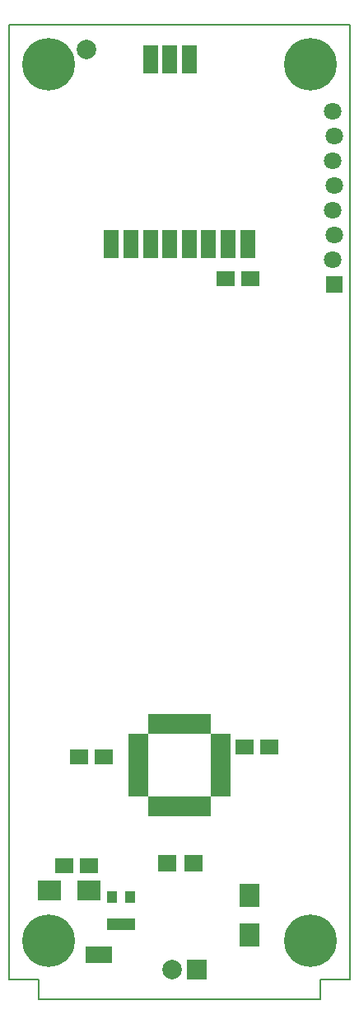
<source format=gbs>
G04 #@! TF.FileFunction,Soldermask,Bot*
%FSLAX46Y46*%
G04 Gerber Fmt 4.6, Leading zero omitted, Abs format (unit mm)*
G04 Created by KiCad (PCBNEW 4.0.2-stable) date 15.03.2017 10:40:45*
%MOMM*%
G01*
G04 APERTURE LIST*
%ADD10C,0.100000*%
%ADD11C,0.150000*%
%ADD12C,1.797000*%
%ADD13R,1.797000X1.797000*%
%ADD14R,2.000000X0.950000*%
%ADD15R,0.950000X2.000000*%
%ADD16R,1.900000X1.650000*%
%ADD17R,1.900000X1.700000*%
%ADD18C,2.000000*%
%ADD19R,2.000000X2.000000*%
%ADD20C,5.400000*%
%ADD21R,1.600000X2.924000*%
%ADD22R,2.000000X2.400000*%
%ADD23R,2.400000X2.000000*%
%ADD24R,1.000000X1.300000*%
%ADD25R,1.370000X1.670000*%
G04 APERTURE END LIST*
D10*
D11*
X166000000Y-128000000D02*
X166000000Y-30000000D01*
X131000000Y-30000000D02*
X131000000Y-128000000D01*
X131000000Y-30000000D02*
X166000000Y-30000000D01*
X134000000Y-128000000D02*
X131000000Y-128000000D01*
X166000000Y-128000000D02*
X163000000Y-128000000D01*
X134000000Y-130000000D02*
X134000000Y-128000000D01*
X163000000Y-130000000D02*
X134000000Y-130000000D01*
X163000000Y-128000000D02*
X163000000Y-130000000D01*
D12*
X164277040Y-49022000D03*
X164398960Y-46482000D03*
X164398960Y-51562000D03*
X164277040Y-43942000D03*
X164277040Y-54102000D03*
X164398960Y-41402000D03*
D13*
X164398960Y-56642000D03*
D12*
X164277040Y-38862000D03*
D14*
X144250000Y-108800000D03*
X144250000Y-108000000D03*
X144250000Y-107200000D03*
X144250000Y-106400000D03*
X144250000Y-105600000D03*
X144250000Y-104800000D03*
X144250000Y-104000000D03*
X144250000Y-103200000D03*
D15*
X145700000Y-101750000D03*
X146500000Y-101750000D03*
X147300000Y-101750000D03*
X148100000Y-101750000D03*
X148900000Y-101750000D03*
X149700000Y-101750000D03*
X150500000Y-101750000D03*
X151300000Y-101750000D03*
D14*
X152750000Y-103200000D03*
X152750000Y-104000000D03*
X152750000Y-104800000D03*
X152750000Y-105600000D03*
X152750000Y-106400000D03*
X152750000Y-107200000D03*
X152750000Y-108000000D03*
X152750000Y-108800000D03*
D15*
X151300000Y-110250000D03*
X150500000Y-110250000D03*
X149700000Y-110250000D03*
X148900000Y-110250000D03*
X148100000Y-110250000D03*
X147300000Y-110250000D03*
X146500000Y-110250000D03*
X145700000Y-110250000D03*
D16*
X140696000Y-105156000D03*
X138196000Y-105156000D03*
X155750000Y-56000000D03*
X153250000Y-56000000D03*
X155214000Y-104140000D03*
X157714000Y-104140000D03*
D17*
X147240000Y-116078000D03*
X149940000Y-116078000D03*
D18*
X138938000Y-32512000D03*
D19*
X150270000Y-127000000D03*
D18*
X147730000Y-127000000D03*
D20*
X162000000Y-34000000D03*
X135000000Y-34000000D03*
X162000000Y-124000000D03*
X135000000Y-124000000D03*
D21*
X155500000Y-52500000D03*
X153500000Y-52500000D03*
X151500000Y-52500000D03*
X149500000Y-52500000D03*
X147500000Y-52500000D03*
X145500000Y-52500000D03*
X143500000Y-52500000D03*
X141500000Y-52500000D03*
X147500000Y-33500000D03*
X149500000Y-33500000D03*
X145500000Y-33500000D03*
D22*
X155702000Y-119412000D03*
X155702000Y-123412000D03*
D23*
X139160000Y-118872000D03*
X135160000Y-118872000D03*
D16*
X139172000Y-116332000D03*
X136672000Y-116332000D03*
D24*
X141544000Y-119504000D03*
X142494000Y-122304000D03*
X143444000Y-119504000D03*
X141544000Y-122304000D03*
X143444000Y-122304000D03*
D25*
X140848000Y-125476000D03*
X139568000Y-125476000D03*
M02*

</source>
